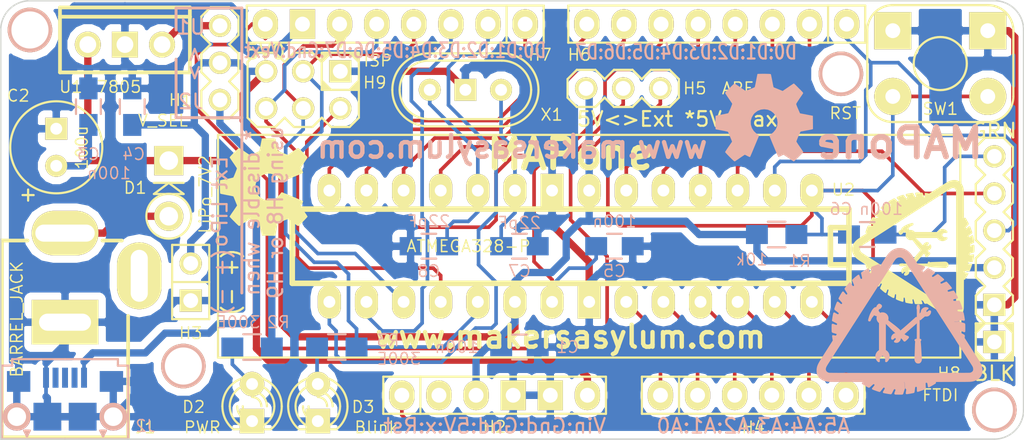
<source format=kicad_pcb>
(kicad_pcb (version 4) (host pcbnew "(2014-11-14 BZR 5284)-product")
  (title_block (title "MAPone - Bare Bones Arduino") (rev v1) (company "Maker's Asylum : www.github.com/MakersAsylumIndia"))
  (layers (0 F.Cu signal) (31 B.Cu signal) (34 B.Paste user) (35 F.Paste user) (36 B.SilkS user) (37 F.SilkS user) (38 B.Mask user) (39 F.Mask user) (44 Edge.Cuts user))
  (net 0 "")
  (net 1 /5V)
  (net 2 GND)
  (net 3 /V_IN)
  (net 4 /RST)
  (net 5 "Net-(C6-Pad2)")
  (net 6 "Net-(D1-Pad1)")
  (net 7 "Net-(D2-Pad1)")
  (net 8 "Net-(D3-Pad1)")
  (net 9 /V_REG)
  (net 10 /V_USB)
  (net 11 /AD0)
  (net 12 /AD1)
  (net 13 /AD2)
  (net 14 /AD3)
  (net 15 /AD4_SDA)
  (net 16 /AD5_SCL)
  (net 17 /AREF)
  (net 18 /RXD)
  (net 19 /TXD)
  (net 20 /PD2)
  (net 21 /PD3_P)
  (net 22 /PD4)
  (net 23 /PD5_P)
  (net 24 /PD6_P)
  (net 25 /PD7)
  (net 26 /PB0)
  (net 27 /PB1_P)
  (net 28 /SS_P)
  (net 29 /MOSI_P)
  (net 30 /MISO)
  (net 31 /SCK)
  (net 32 "Net-(C7-Pad1)")
  (net 33 "Net-(C8-Pad1)")
  (net 34 /Vext)
  (net 35 /3V3)
  (net 36 "Net-(J1-Pad3)")
  (net 37 "Net-(J2-Pad3)")
  (net 38 "Net-(J2-Pad4)")
  (net 39 "Net-(J2-Pad2)")
  (net 40 "Net-(P1-Pad1)")
  (net 41 "Net-(P2-Pad1)")
  (net 42 "Net-(P3-Pad1)")
  (net 43 "Net-(P4-Pad1)")
  (module MAPone.pretty:LM78XXV (layer F.Cu) (at 38.5 33 90)
    (fp_text reference U1 (at -2.9 -3.7 180) (layer F.SilkS) (effects (font (size 0.8 0.8) (thickness 0.1))))
    (fp_text value 7805 (at -2.9 -0.4 180) (layer F.SilkS) (effects (font (size 0.8 0.8) (thickness 0.1))))
    (pad VI thru_hole circle (at 0 -2.54 90) (size 1.778 1.778) (drill 1.143) (layers *.Cu *.Mask F.SilkS) (net 3 /V_IN))
    (pad GND thru_hole rect (at 0 0 90) (size 1.778 1.778) (drill 1.143) (layers *.Cu *.Mask F.SilkS) (net 2 GND))
    (pad VO thru_hole circle (at 0 2.54 90) (size 1.778 1.778) (drill 1.143) (layers *.Cu *.Mask F.SilkS) (net 9 /V_REG))
  )
  (module MAPone.pretty:SW-PB (layer F.Cu) (at 94.3 34.3 270)
    (fp_text reference SW1 (at 3.1 0 360) (layer F.SilkS) (effects (font (size 0.8 0.8) (thickness 0.1))))
    (fp_text value RST (at 3.4 6.5 360) (layer F.SilkS) (effects (font (size 0.8 0.8) (thickness 0.1))))
    (pad 1 thru_hole rect (at -2.25 -3.25 270) (size 2.54 2.54) (drill 1.016) (layers *.Cu *.Mask F.SilkS) (net 2 GND))
    (pad 2 thru_hole circle (at 2.25 3.25 270) (size 2.54 2.54) (drill 1.016) (layers *.Cu *.Mask F.SilkS) (net 4 /RST))
    (pad 2 thru_hole circle (at 2.25 -3.25 270) (size 2.54 2.54) (drill 1.016) (layers *.Cu *.Mask F.SilkS) (net 4 /RST))
    (pad 1 thru_hole rect (at -2.25 3.25 270) (size 2.54 2.54) (drill 1.016) (layers *.Cu *.Mask F.SilkS) (net 2 GND))
  )
  (module MAPone.pretty:R_0805_HandSoldering (layer B.Cu) (at 53 53.7 180)
    (fp_text reference R3 (at -3.5 0.45 180) (layer B.SilkS) (effects (font (size 0.8 0.8) (thickness 0.1)) (justify mirror)))
    (fp_text value 300E (at -4.25 -0.8 180) (layer B.SilkS) (effects (font (size 0.8 0.8) (thickness 0.1)) (justify mirror)))
    (pad 1 smd rect (at -1.35 0 180) (size 1.5 1.3) (layers B.Cu B.Paste B.Mask) (net 31 /SCK))
    (pad 2 smd rect (at 1.35 0 180) (size 1.5 1.3) (layers B.Cu B.Paste B.Mask) (net 8 "Net-(D3-Pad1)"))
  )
  (module MAPone.pretty:R_0805_HandSoldering (layer B.Cu) (at 47.2 53.7)
    (fp_text reference R2 (at 1.8 -1.7) (layer B.SilkS) (effects (font (size 0.8 0.8) (thickness 0.1)) (justify mirror)))
    (fp_text value 300E (at -0.95 -1.7) (layer B.SilkS) (effects (font (size 0.8 0.8) (thickness 0.1)) (justify mirror)))
    (pad 1 smd rect (at -1.35 0) (size 1.5 1.3) (layers B.Cu B.Paste B.Mask) (net 7 "Net-(D2-Pad1)"))
    (pad 2 smd rect (at 1.35 0) (size 1.5 1.3) (layers B.Cu B.Paste B.Mask) (net 1 /5V))
  )
  (module MAPone.pretty:R_0805_HandSoldering (layer B.Cu) (at 83.1 46)
    (fp_text reference R1 (at 1.5698 1.8126) (layer B.SilkS) (effects (font (size 0.8 0.8) (thickness 0.1)) (justify mirror)))
    (fp_text value 10k (at -1.7068 1.711) (layer B.SilkS) (effects (font (size 0.8 0.8) (thickness 0.1)) (justify mirror)))
    (pad 1 smd rect (at -1.35 0) (size 1.5 1.3) (layers B.Cu B.Paste B.Mask) (net 1 /5V))
    (pad 2 smd rect (at 1.35 0) (size 1.5 1.3) (layers B.Cu B.Paste B.Mask) (net 4 /RST))
  )
  (module MAPone.pretty:vite_3mm (layer F.Cu) (at 98 58)
    (fp_text reference P4 hide)
    (fp_text value CONN_1 hide)
    (pad 1 thru_hole circle (at 0 0) (size 3.048 3.048) (drill 2.54) (layers *.Cu *.SilkS *.Mask) (net 43 "Net-(P4-Pad1)"))
  )
  (module MAPone.pretty:vite_3mm (layer F.Cu) (at 42.5 55)
    (fp_text reference P3 hide)
    (fp_text value CONN_1 hide)
    (pad 1 thru_hole circle (at 0 0) (size 3.048 3.048) (drill 2.54) (layers *.Cu *.SilkS *.Mask) (net 42 "Net-(P3-Pad1)"))
  )
  (module MAPone.pretty:JACK_ALIM (layer F.Cu) (at 34.4 52 90)
    (fp_text reference J1 (at -7.2 5.5 360) (layer F.SilkS) (effects (font (size 0.8 0.8) (thickness 0.1))))
    (fp_text value BARREL_JACK (at 0.2 -3.3 270) (layer F.SilkS) (effects (font (size 0.8 0.8) (thickness 0.1))))
    (pad 2 thru_hole rect (at 0 0 90) (size 3.048 4.572) (drill oval 1.1684 3.556) (layers *.Cu *.Mask F.SilkS) (net 2 GND))
    (pad 1 thru_hole oval (at 6.096 0 90) (size 3.048 4.572) (drill oval 1.1684 4.064) (layers *.Cu *.Mask F.SilkS) (net 6 "Net-(D1-Pad1)"))
    (pad 3 thru_hole oval (at 3.175 5.08 90) (size 4.572 3.048) (drill oval 3.556 1.1684) (layers *.Cu *.Mask F.SilkS) (net 36 "Net-(J1-Pad3)"))
  )
  (module MAPone.pretty:Header_ICSP (layer F.Cu) (at 50.7 36.1)
    (fp_text reference H9 (at 4.9 -0.5 180) (layer F.SilkS) (effects (font (size 0.8 0.8) (thickness 0.1))))
    (fp_text value ISP (at 5.1 -2 180) (layer F.SilkS) (effects (font (size 0.8 0.8) (thickness 0.1))))
    (fp_text user 5V0 (at -2.6 -2.6) (layer F.SilkS))
    (pad 1 thru_hole circle (at -2.54 1.27) (size 1.524 1.524) (drill 1.016) (layers *.Cu *.Mask F.SilkS) (net 30 /MISO))
    (pad 2 thru_hole circle (at -2.54 -1.27) (size 1.524 1.524) (drill 1.016) (layers *.Cu *.Mask F.SilkS) (net 1 /5V))
    (pad 3 thru_hole circle (at 0 1.27) (size 1.524 1.524) (drill 1.016) (layers *.Cu *.Mask F.SilkS) (net 31 /SCK))
    (pad 4 thru_hole circle (at 0 -1.27) (size 1.524 1.524) (drill 1.016) (layers *.Cu *.Mask F.SilkS) (net 29 /MOSI_P))
    (pad 5 thru_hole circle (at 2.54 1.27) (size 1.524 1.524) (drill 1.016) (layers *.Cu *.Mask F.SilkS) (net 4 /RST))
    (pad 6 thru_hole rect (at 2.54 -1.27) (size 1.524 1.524) (drill 1.016) (layers *.Cu *.Mask F.SilkS) (net 2 GND))
  )
  (module MAPone.pretty:Socket_Strip_Straight_1x08 (layer F.Cu) (at 57 31.6)
    (fp_text reference H7 (at 9.9 2.1) (layer F.SilkS) (effects (font (size 0.8 0.8) (thickness 0.1))))
    (fp_text value IO_H hide)
    (pad 1 thru_hole oval (at 8.89 0 180) (size 1.7272 2.032) (drill 1.016) (layers *.Cu *.Mask F.SilkS) (net 26 /PB0))
    (pad 2 thru_hole oval (at 6.35 0 180) (size 1.7272 2.032) (drill 1.016) (layers *.Cu *.Mask F.SilkS) (net 27 /PB1_P))
    (pad 3 thru_hole oval (at 3.81 0 180) (size 1.7272 2.032) (drill 1.016) (layers *.Cu *.Mask F.SilkS) (net 28 /SS_P))
    (pad 4 thru_hole oval (at 1.27 0 180) (size 1.7272 2.032) (drill 1.016) (layers *.Cu *.Mask F.SilkS) (net 29 /MOSI_P))
    (pad 5 thru_hole oval (at -1.27 0 180) (size 1.7272 2.032) (drill 1.016) (layers *.Cu *.Mask F.SilkS) (net 30 /MISO))
    (pad 6 thru_hole oval (at -3.81 0 180) (size 1.7272 2.032) (drill 1.016) (layers *.Cu *.Mask F.SilkS) (net 31 /SCK))
    (pad 7 thru_hole rect (at -6.35 0 180) (size 1.7272 2.032) (drill 1.016) (layers *.Cu *.Mask F.SilkS) (net 2 GND))
    (pad 8 thru_hole oval (at -8.89 0 180) (size 1.7272 2.032) (drill 1.016) (layers *.Cu *.Mask F.SilkS) (net 34 /Vext))
  )
  (module MAPone.pretty:Socket_Strip_Straight_1x08 (layer F.Cu) (at 79 31.6)
    (fp_text reference H6 (at -9.4 2.1) (layer F.SilkS) (effects (font (size 0.8 0.8) (thickness 0.1))))
    (fp_text value IO_L hide)
    (pad 1 thru_hole oval (at 8.89 0 180) (size 1.7272 2.032) (drill 1.016) (layers *.Cu *.Mask F.SilkS) (net 18 /RXD))
    (pad 2 thru_hole oval (at 6.35 0 180) (size 1.7272 2.032) (drill 1.016) (layers *.Cu *.Mask F.SilkS) (net 19 /TXD))
    (pad 3 thru_hole oval (at 3.81 0 180) (size 1.7272 2.032) (drill 1.016) (layers *.Cu *.Mask F.SilkS) (net 20 /PD2))
    (pad 4 thru_hole oval (at 1.27 0 180) (size 1.7272 2.032) (drill 1.016) (layers *.Cu *.Mask F.SilkS) (net 21 /PD3_P))
    (pad 5 thru_hole oval (at -1.27 0 180) (size 1.7272 2.032) (drill 1.016) (layers *.Cu *.Mask F.SilkS) (net 22 /PD4))
    (pad 6 thru_hole oval (at -3.81 0 180) (size 1.7272 2.032) (drill 1.016) (layers *.Cu *.Mask F.SilkS) (net 23 /PD5_P))
    (pad 7 thru_hole oval (at -6.35 0 180) (size 1.7272 2.032) (drill 1.016) (layers *.Cu *.Mask F.SilkS) (net 24 /PD6_P))
    (pad 8 thru_hole oval (at -8.89 0 180) (size 1.7272 2.032) (drill 1.016) (layers *.Cu *.Mask F.SilkS) (net 25 /PD7))
  )
  (module MAPone.pretty:Socket_Strip_Straight_1x06 (layer F.Cu) (at 81.5 57 180)
    (fp_text reference H4 (at 0 -2.2 180) (layer F.SilkS) (effects (font (size 0.8 0.8) (thickness 0.1))))
    (fp_text value ANALOG hide)
    (pad 1 thru_hole oval (at 6.35 0) (size 1.7272 2.032) (drill 1.016) (layers *.Cu *.Mask F.SilkS) (net 11 /AD0))
    (pad 2 thru_hole oval (at 3.81 0) (size 1.7272 2.032) (drill 1.016) (layers *.Cu *.Mask F.SilkS) (net 12 /AD1))
    (pad 3 thru_hole oval (at 1.27 0) (size 1.7272 2.032) (drill 1.016) (layers *.Cu *.Mask F.SilkS) (net 13 /AD2))
    (pad 4 thru_hole oval (at -1.27 0) (size 1.7272 2.032) (drill 1.016) (layers *.Cu *.Mask F.SilkS) (net 14 /AD3))
    (pad 5 thru_hole oval (at -3.81 0) (size 1.7272 2.032) (drill 1.016) (layers *.Cu *.Mask F.SilkS) (net 15 /AD4_SDA))
    (pad 6 thru_hole oval (at -6.35 0) (size 1.7272 2.032) (drill 1.016) (layers *.Cu *.Mask F.SilkS) (net 16 /AD5_SCL))
  )
  (module MAPone.pretty:Socket_Strip_Straight_1x06 (layer F.Cu) (at 63.8 57 180)
    (fp_text reference H2 (at 0.009 -2.1664 180) (layer F.SilkS) (effects (font (size 0.8 0.8) (thickness 0.1))))
    (fp_text value Power hide)
    (pad 1 thru_hole oval (at 6.35 0) (size 1.7272 2.032) (drill 1.016) (layers *.Cu *.Mask F.SilkS) (net 4 /RST))
    (pad 2 thru_hole oval (at 3.81 0) (size 1.7272 2.032) (drill 1.016) (layers *.Cu *.Mask F.SilkS) (net 35 /3V3))
    (pad 3 thru_hole oval (at 1.27 0) (size 1.7272 2.032) (drill 1.016) (layers *.Cu *.Mask F.SilkS) (net 1 /5V))
    (pad 4 thru_hole rect (at -1.27 0) (size 1.7272 2.032) (drill 1.016) (layers *.Cu *.Mask F.SilkS) (net 2 GND))
    (pad 5 thru_hole rect (at -3.81 0) (size 1.7272 2.032) (drill 1.016) (layers *.Cu *.Mask F.SilkS) (net 2 GND))
    (pad 6 thru_hole oval (at -6.35 0) (size 1.7272 2.032) (drill 1.016) (layers *.Cu *.Mask F.SilkS) (net 3 /V_IN))
  )
  (module MAPone.pretty:Header_3 (layer F.Cu) (at 45 34.25 270)
    (fp_text reference H1 (at 2.55 2.7 360) (layer F.SilkS) (effects (font (size 0.8 0.8) (thickness 0.1))))
    (fp_text value V_SEL (at 3.95 3.9 360) (layer F.SilkS) (effects (font (size 0.8 0.8) (thickness 0.1))))
    (pad 1 thru_hole circle (at -2.54 0 270) (size 1.524 1.524) (drill 1.016) (layers *.Cu *.Mask F.SilkS) (net 9 /V_REG))
    (pad 2 thru_hole circle (at 0 0 270) (size 1.524 1.524) (drill 1.016) (layers *.Cu *.Mask F.SilkS) (net 1 /5V))
    (pad 3 thru_hole circle (at 2.54 0 270) (size 1.524 1.524) (drill 1.016) (layers *.Cu *.Mask F.SilkS) (net 10 /V_USB))
  )
  (module MAPone.pretty:LED-3MM (layer F.Cu) (at 51.7 57.5 270)
    (fp_text reference D3 (at 0.3 -3.1 360) (layer F.SilkS) (effects (font (size 0.8 0.8) (thickness 0.1))))
    (fp_text value Blink (at 1.7 -4 360) (layer F.SilkS) (effects (font (size 0.8 0.8) (thickness 0.1))))
    (pad 1 thru_hole circle (at -1.27 0 270) (size 1.6764 1.6764) (drill 0.8128) (layers *.Cu *.Mask F.SilkS) (net 8 "Net-(D3-Pad1)"))
    (pad 2 thru_hole rect (at 1.27 0 270) (size 1.6764 1.6764) (drill 0.8128) (layers *.Cu *.Mask F.SilkS) (net 2 GND))
  )
  (module MAPone.pretty:LED-3MM (layer F.Cu) (at 47.2 57.5 270)
    (fp_text reference D2 (at 0.3 4 360) (layer F.SilkS) (effects (font (size 0.8 0.8) (thickness 0.1))))
    (fp_text value PWR (at 1.7 3.4 360) (layer F.SilkS) (effects (font (size 0.8 0.8) (thickness 0.1))))
    (pad 1 thru_hole circle (at -1.27 0 270) (size 1.6764 1.6764) (drill 0.8128) (layers *.Cu *.Mask F.SilkS) (net 7 "Net-(D2-Pad1)"))
    (pad 2 thru_hole rect (at 1.27 0 270) (size 1.6764 1.6764) (drill 0.8128) (layers *.Cu *.Mask F.SilkS) (net 2 GND))
  )
  (module MAPone.pretty:C_0805_HandSoldering (layer B.Cu) (at 59.3 46.8 180)
    (fp_text reference C8 (at 0 -1.7 180) (layer B.SilkS) (effects (font (size 0.8 0.8) (thickness 0.1)) (justify mirror)))
    (fp_text value 22pF (at 0 1.7 180) (layer B.SilkS) (effects (font (size 0.8 0.8) (thickness 0.1)) (justify mirror)))
    (pad 1 smd rect (at -1.25 0 180) (size 1.5 1.25) (layers B.Cu B.Paste B.Mask) (net 33 "Net-(C8-Pad1)"))
    (pad 2 smd rect (at 1.25 0 180) (size 1.5 1.25) (layers B.Cu B.Paste B.Mask) (net 2 GND))
  )
  (module MAPone.pretty:C_0805_HandSoldering (layer B.Cu) (at 65.5 46.8)
    (fp_text reference C7 (at 0 1.7) (layer B.SilkS) (effects (font (size 0.8 0.8) (thickness 0.1)) (justify mirror)))
    (fp_text value 22pF (at 0 -1.6) (layer B.SilkS) (effects (font (size 0.8 0.8) (thickness 0.1)) (justify mirror)))
    (pad 1 smd rect (at -1.25 0) (size 1.5 1.25) (layers B.Cu B.Paste B.Mask) (net 32 "Net-(C7-Pad1)"))
    (pad 2 smd rect (at 1.25 0) (size 1.5 1.25) (layers B.Cu B.Paste B.Mask) (net 2 GND))
  )
  (module MAPone.pretty:C_0805_HandSoldering (layer B.Cu) (at 89.3 46)
    (fp_text reference C6 (at -1.8 -1.75) (layer B.SilkS) (effects (font (size 0.8 0.8) (thickness 0.1)) (justify mirror)))
    (fp_text value 100n (at 0.95 -1.75) (layer B.SilkS) (effects (font (size 0.8 0.8) (thickness 0.1)) (justify mirror)))
    (pad 1 smd rect (at -1.25 0) (size 1.5 1.25) (layers B.Cu B.Paste B.Mask) (net 4 /RST))
    (pad 2 smd rect (at 1.25 0) (size 1.5 1.25) (layers B.Cu B.Paste B.Mask) (net 5 "Net-(C6-Pad2)"))
  )
  (module MAPone.pretty:C_0805_HandSoldering (layer B.Cu) (at 72 46.8)
    (fp_text reference C5 (at 0 1.7) (layer B.SilkS) (effects (font (size 0.8 0.8) (thickness 0.1)) (justify mirror)))
    (fp_text value 100n (at 0 -1.7) (layer B.SilkS) (effects (font (size 0.8 0.8) (thickness 0.1)) (justify mirror)))
    (pad 1 smd rect (at -1.25 0) (size 1.5 1.25) (layers B.Cu B.Paste B.Mask) (net 17 /AREF))
    (pad 2 smd rect (at 1.25 0) (size 1.5 1.25) (layers B.Cu B.Paste B.Mask) (net 2 GND))
  )
  (module MAPone.pretty:C_0805_HandSoldering (layer B.Cu) (at 39 37.25 90)
    (fp_text reference C4 (at -3.25 0.1 180) (layer B.SilkS) (effects (font (size 0.8 0.8) (thickness 0.1)) (justify mirror)))
    (fp_text value 100n (at -4.55 -1.6 180) (layer B.SilkS) (effects (font (size 0.8 0.8) (thickness 0.1)) (justify mirror)))
    (pad 1 smd rect (at -1.25 0 90) (size 1.5 1.25) (layers B.Cu B.Paste B.Mask) (net 1 /5V))
    (pad 2 smd rect (at 1.25 0 90) (size 1.5 1.25) (layers B.Cu B.Paste B.Mask) (net 2 GND))
  )
  (module MAPone.pretty:C_0805_HandSoldering (layer B.Cu) (at 36 37.25 270)
    (fp_text reference C3 (at 3.25 0 360) (layer B.SilkS) (effects (font (size 0.8 0.8) (thickness 0.1)) (justify mirror)))
    (fp_text value 100n hide)
    (pad 1 smd rect (at -1.25 0 270) (size 1.5 1.25) (layers B.Cu B.Paste B.Mask) (net 2 GND))
    (pad 2 smd rect (at 1.25 0 270) (size 1.5 1.25) (layers B.Cu B.Paste B.Mask) (net 3 /V_IN))
  )
  (module MAPone.pretty:C_0805_HandSoldering (layer B.Cu) (at 65.5 53.7)
    (fp_text reference C1 (at 3.3 0) (layer B.SilkS) (effects (font (size 0.8 0.8) (thickness 0.1)) (justify mirror)))
    (fp_text value 100n (at -4.3 0) (layer B.SilkS) (effects (font (size 0.8 0.8) (thickness 0.1)) (justify mirror)))
    (pad 1 smd rect (at -1.25 0) (size 1.5 1.25) (layers B.Cu B.Paste B.Mask) (net 1 /5V))
    (pad 2 smd rect (at 1.25 0) (size 1.5 1.25) (layers B.Cu B.Paste B.Mask) (net 2 GND))
  )
  (module MAPone.pretty:DIP-28__300_ELL_ZIF (layer F.Cu) (at 69 46.8 180)
    (fp_text reference U2 (at -18.667 3.8642 180) (layer F.SilkS) (effects (font (size 0.8 0.8) (thickness 0.1))))
    (fp_text value ATMEGA328-P (at 6.985 0 180) (layer F.SilkS) (effects (font (size 0.8 0.8) (thickness 0.1))))
    (pad 2 thru_hole oval (at -13.97 3.81 180) (size 1.5748 2.286) (drill 0.8128) (layers *.Cu *.Mask F.SilkS) (net 18 /RXD))
    (pad 3 thru_hole oval (at -11.43 3.81 180) (size 1.5748 2.286) (drill 0.8128) (layers *.Cu *.Mask F.SilkS) (net 19 /TXD))
    (pad 4 thru_hole oval (at -8.89 3.81 180) (size 1.5748 2.286) (drill 0.8128) (layers *.Cu *.Mask F.SilkS) (net 20 /PD2))
    (pad 5 thru_hole oval (at -6.35 3.81 180) (size 1.5748 2.286) (drill 0.8128) (layers *.Cu *.Mask F.SilkS) (net 21 /PD3_P))
    (pad 6 thru_hole oval (at -3.81 3.81 180) (size 1.5748 2.286) (drill 0.8128) (layers *.Cu *.Mask F.SilkS) (net 22 /PD4))
    (pad 7 thru_hole oval (at -1.27 3.81 180) (size 1.5748 2.286) (drill 0.8128) (layers *.Cu *.Mask F.SilkS) (net 1 /5V))
    (pad 8 thru_hole rect (at 1.27 3.81 180) (size 1.5748 2.286) (drill 0.8128) (layers *.Cu *.Mask F.SilkS) (net 2 GND))
    (pad 9 thru_hole oval (at 3.81 3.81 180) (size 1.5748 2.286) (drill 0.8128) (layers *.Cu *.Mask F.SilkS) (net 32 "Net-(C7-Pad1)"))
    (pad 10 thru_hole oval (at 6.35 3.81 180) (size 1.5748 2.286) (drill 0.8128) (layers *.Cu *.Mask F.SilkS) (net 33 "Net-(C8-Pad1)"))
    (pad 11 thru_hole oval (at 8.89 3.81 180) (size 1.5748 2.286) (drill 0.8128) (layers *.Cu *.Mask F.SilkS) (net 23 /PD5_P))
    (pad 12 thru_hole oval (at 11.43 3.81 180) (size 1.5748 2.286) (drill 0.8128) (layers *.Cu *.Mask F.SilkS) (net 24 /PD6_P))
    (pad 13 thru_hole oval (at 13.97 3.81 180) (size 1.5748 2.286) (drill 0.8128) (layers *.Cu *.Mask F.SilkS) (net 25 /PD7))
    (pad 14 thru_hole oval (at 16.51 3.81 180) (size 1.5748 2.286) (drill 0.8128) (layers *.Cu *.Mask F.SilkS) (net 26 /PB0))
    (pad 1 thru_hole oval (at -16.51 3.81 180) (size 1.5748 2.286) (drill 0.8128) (layers *.Cu *.Mask F.SilkS) (net 4 /RST))
    (pad 15 thru_hole oval (at 16.51 -3.81 180) (size 1.5748 2.286) (drill 0.8128) (layers *.Cu *.Mask F.SilkS) (net 27 /PB1_P))
    (pad 16 thru_hole oval (at 13.97 -3.81 180) (size 1.5748 2.286) (drill 0.8128) (layers *.Cu *.Mask F.SilkS) (net 28 /SS_P))
    (pad 17 thru_hole oval (at 11.43 -3.81 180) (size 1.5748 2.286) (drill 0.8128) (layers *.Cu *.Mask F.SilkS) (net 29 /MOSI_P))
    (pad 18 thru_hole oval (at 8.89 -3.81 180) (size 1.5748 2.286) (drill 0.8128) (layers *.Cu *.Mask F.SilkS) (net 30 /MISO))
    (pad 19 thru_hole oval (at 6.35 -3.81 180) (size 1.5748 2.286) (drill 0.8128) (layers *.Cu *.Mask F.SilkS) (net 31 /SCK))
    (pad 20 thru_hole oval (at 3.81 -3.81 180) (size 1.5748 2.286) (drill 0.8128) (layers *.Cu *.Mask F.SilkS) (net 1 /5V))
    (pad 21 thru_hole oval (at 1.27 -3.81 180) (size 1.5748 2.286) (drill 0.8128) (layers *.Cu *.Mask F.SilkS) (net 17 /AREF))
    (pad 22 thru_hole rect (at -1.27 -3.81 180) (size 1.5748 2.286) (drill 0.8128) (layers *.Cu *.Mask F.SilkS) (net 2 GND))
    (pad 23 thru_hole oval (at -3.81 -3.81 180) (size 1.5748 2.286) (drill 0.8128) (layers *.Cu *.Mask F.SilkS) (net 11 /AD0))
    (pad 24 thru_hole oval (at -6.35 -3.81 180) (size 1.5748 2.286) (drill 0.8128) (layers *.Cu *.Mask F.SilkS) (net 12 /AD1))
    (pad 25 thru_hole oval (at -8.89 -3.81 180) (size 1.5748 2.286) (drill 0.8128) (layers *.Cu *.Mask F.SilkS) (net 13 /AD2))
    (pad 26 thru_hole oval (at -11.43 -3.81 180) (size 1.5748 2.286) (drill 0.8128) (layers *.Cu *.Mask F.SilkS) (net 14 /AD3))
    (pad 27 thru_hole oval (at -13.97 -3.81 180) (size 1.5748 2.286) (drill 0.8128) (layers *.Cu *.Mask F.SilkS) (net 15 /AD4_SDA))
    (pad 28 thru_hole oval (at -16.51 -3.81 180) (size 1.5748 2.286) (drill 0.8128) (layers *.Cu *.Mask F.SilkS) (net 16 /AD5_SCL))
  )
  (module MAPone.pretty:Header_FTDI (layer F.Cu) (at 98 47 90)
    (fp_text reference H8 (at -8.5 -3.1 180) (layer F.SilkS) (effects (font (size 0.8 0.8) (thickness 0.1))))
    (fp_text value FTDI (at -10 -3.7 180) (layer F.SilkS) (effects (font (size 0.8 0.8) (thickness 0.1))))
    (fp_text user GRN (at 8.1 0 180) (layer F.SilkS))
    (fp_text user BLK (at -8.5 0 180) (layer F.SilkS))
    (pad 1 thru_hole rect (at -6.35 0 90) (size 1.524 1.524) (drill 1.016) (layers *.Cu *.Mask F.SilkS) (net 2 GND))
    (pad 2 thru_hole rect (at -3.81 0 90) (size 1.524 1.524) (drill 1.016) (layers *.Cu *.Mask F.SilkS) (net 2 GND))
    (pad 3 thru_hole circle (at -1.27 0 90) (size 1.524 1.524) (drill 1.016) (layers *.Cu *.Mask F.SilkS) (net 1 /5V))
    (pad 4 thru_hole circle (at 1.27 0 90) (size 1.524 1.524) (drill 1.016) (layers *.Cu *.Mask F.SilkS) (net 18 /RXD))
    (pad 5 thru_hole circle (at 3.81 0 90) (size 1.524 1.524) (drill 1.016) (layers *.Cu *.Mask F.SilkS) (net 19 /TXD))
    (pad 6 thru_hole circle (at 6.35 0 90) (size 1.524 1.524) (drill 1.016) (layers *.Cu *.Mask F.SilkS) (net 5 "Net-(C6-Pad2)"))
  )
  (module MAPone.pretty:USB_B_Micro (layer B.Cu) (at 34.4 55.8 90)
    (fp_text reference J2 (at -3.3 5.5 180) (layer B.SilkS) (effects (font (size 0.8 0.8) (thickness 0.1)) (justify mirror)))
    (fp_text value USB-Micro hide)
    (pad 3 smd rect (at 0 0 90) (size 1.3716 0.4064) (layers B.Cu B.Paste B.Mask) (net 37 "Net-(J2-Pad3)") (clearance 0.2032))
    (pad 4 smd rect (at 0 -0.65024 90) (size 1.3716 0.4064) (layers B.Cu B.Paste B.Mask) (net 38 "Net-(J2-Pad4)") (clearance 0.2032))
    (pad 5 smd rect (at 0 -1.30048 90) (size 1.3716 0.4064) (layers B.Cu B.Paste B.Mask) (net 2 GND) (clearance 0.2032))
    (pad 2 smd rect (at 0 0.65024 90) (size 1.3716 0.4064) (layers B.Cu B.Paste B.Mask) (net 39 "Net-(J2-Pad2)") (clearance 0.2032))
    (pad 1 smd rect (at 0 1.30048 90) (size 1.3716 0.4064) (layers B.Cu B.Paste B.Mask) (net 10 /V_USB) (clearance 0.2032))
    (pad T1 smd rect (at -0.254 3.175 90) (size 1.4224 1.6002) (layers B.Cu B.Paste B.Mask) (net 2 GND))
    (pad T2 smd rect (at -0.254 -3.175 90) (size 1.4224 1.6002) (layers B.Cu B.Paste B.Mask) (net 2 GND))
    (pad T3 smd rect (at -2.667 1.2065 90) (size 1.905 1.905) (layers B.Cu B.Paste B.Mask) (net 2 GND) (clearance 0.2032))
    (pad T4 smd rect (at -2.667 -1.2065 90) (size 1.905 1.905) (layers B.Cu B.Paste B.Mask) (net 2 GND) (clearance 0.2032))
    (pad T5 thru_hole circle (at -2.667 3.302 90) (size 1.905 1.905) (drill 1.27) (layers *.Cu *.Paste *.Mask B.SilkS) (net 2 GND) (clearance 0.2032))
    (pad T6 thru_hole circle (at -2.667 -3.302 90) (size 1.905 1.905) (drill 1.27) (layers *.Cu *.Paste *.Mask B.SilkS) (net 2 GND) (clearance 0.2032))
  )
  (module MAPone.pretty:Crystal_HC49-U_Vertical_3Pin (layer F.Cu) (at 61.8 36.1 180)
    (fp_text reference X1 (at -5.9 -1.7 180) (layer F.SilkS) (effects (font (size 0.8 0.8) (thickness 0.1))))
    (fp_text value 16MHz hide)
    (pad 1 thru_hole circle (at -2.44094 0 180) (size 1.50114 1.50114) (drill 0.8128) (layers *.Cu *.Mask F.SilkS) (net 32 "Net-(C7-Pad1)"))
    (pad 2 thru_hole circle (at 2.44094 0 180) (size 1.50114 1.50114) (drill 0.8128) (layers *.Cu *.Mask F.SilkS) (net 33 "Net-(C8-Pad1)"))
    (pad 3 thru_hole rect (at 0 0 180) (size 1.50114 1.50114) (drill 0.8128) (layers *.Cu *.Mask F.SilkS) (net 2 GND))
  )
  (module MAPone.pretty:Diode_DO-41_SOD81_Vertical_KathodeUp (layer F.Cu) (at 41.5 42.75 90)
    (fp_text reference D1 (at -0.05 -2.3 180) (layer F.SilkS) (effects (font (size 0.8 0.8) (thickness 0.1))))
    (fp_text value 1N4007 hide)
    (pad 1 thru_hole circle (at -2 0 90) (size 1.99898 1.99898) (drill 1.27) (layers *.Cu *.Mask F.SilkS) (net 6 "Net-(D1-Pad1)"))
    (pad 2 thru_hole rect (at 1.81 0 90) (size 1.99898 1.99898) (drill 1.27) (layers *.Cu *.Mask F.SilkS) (net 3 /V_IN))
  )
  (module MAPone.pretty:vite_3mm (layer F.Cu) (at 32 32)
    (fp_text reference P1 hide)
    (fp_text value CONN_1 hide)
    (pad 1 thru_hole circle (at 0 0) (size 3.048 3.048) (drill 2.54) (layers *.Cu *.SilkS *.Mask) (net 40 "Net-(P1-Pad1)"))
  )
  (module MAPone.pretty:vite_3mm (layer F.Cu) (at 87.5 35)
    (fp_text reference P2 hide)
    (fp_text value CONN_1 hide)
    (pad 1 thru_hole circle (at 0 0) (size 3.048 3.048) (drill 2.54) (layers *.Cu *.SilkS *.Mask) (net 41 "Net-(P2-Pad1)"))
  )
  (module MAPone.pretty:Header_A_REF (layer F.Cu) (at 72.6 36)
    (fp_text reference H5 (at 4.9 0 180) (layer F.SilkS) (effects (font (size 0.8 0.8) (thickness 0.1))))
    (fp_text value AREF (at 8.2 0 180) (layer F.SilkS) (effects (font (size 0.8 0.8) (thickness 0.1))))
    (pad 1 thru_hole circle (at -2.54 0) (size 1.524 1.524) (drill 1.016) (layers *.Cu *.Mask F.SilkS) (net 1 /5V))
    (pad 2 thru_hole circle (at 0 0) (size 1.524 1.524) (drill 1.016) (layers *.Cu *.Mask F.SilkS) (net 17 /AREF))
    (pad 3 thru_hole circle (at 2.54 0) (size 1.524 1.524) (drill 1.016) (layers *.Cu *.Mask F.SilkS) (net 34 /Vext))
  )
  (module MAPone.pretty:MA_Logo (layer B.Cu) (at 91.5 52 180)
    (fp_text reference Z1 hide)
    (fp_text value CONN_1 hide)
  )
  (module MAPone.pretty:MA_Logo2 (layer F.Cu) (at 92.5 47 90)
    (fp_text reference Z2 hide)
    (fp_text value CONN_1 hide)
  )
  (module MAPone.pretty:Elko_vert_11.2x6.3mm_RM2.5 (layer F.Cu) (at 33.8 41.3 90)
    (fp_text reference C2 (at 4.8 -2.6 180) (layer F.SilkS) (effects (font (size 0.8 0.8) (thickness 0.1))))
    (fp_text value 100u (at 1.25 1.75 270) (layer F.SilkS) (effects (font (size 0.8 0.8) (thickness 0.1))))
    (fp_text user + (at -2 -2 90) (layer F.SilkS))
    (pad 2 thru_hole rect (at 2.54 0 90) (size 1.50114 1.50114) (drill 0.8128) (layers *.Cu *.Mask F.SilkS) (net 2 GND))
    (pad 1 thru_hole circle (at 0 0 90) (size 1.50114 1.50114) (drill 0.8128) (layers *.Cu *.Mask F.SilkS) (net 3 /V_IN))
  )
  (module MAPone:OSHW_6mm (layer B.Cu) (at 82.25 38 180)
    (fp_text reference Z6 hide)
    (fp_text value CONN_1 hide)
  )
  (module MAPone:OSHW_6mm (layer F.Cu) (at 48 42.75 90)
    (fp_text reference Z7 hide)
    (fp_text value CONN_1 hide)
  )
  (module MAPone.pretty:Pin_Header_Straight_1x02 (layer F.Cu) (at 43 49.25 90)
    (fp_text reference H3 (at -3.5 0 180) (layer F.SilkS) (effects (font (size 0.8 0.8) (thickness 0.1))))
    (fp_text value LiPo_7V2 (at 6 1 90) (layer F.SilkS) (effects (font (size 0.8 0.8) (thickness 0.1))))
    (pad 1 thru_hole rect (at -1.27 0 90) (size 1.524 1.524) (drill 1.016) (layers *.Cu *.Mask F.SilkS) (net 2 GND))
    (pad 2 thru_hole circle (at 1.27 0 90) (size 1.524 1.524) (drill 1.016) (layers *.Cu *.Mask F.SilkS) (net 1 /5V))
  )
  (gr_line (start 100 32) (end 100 58) (angle 90) (layer Edge.Cuts) (width 0.1))
  (gr_text "Ext LiPo" (at 45 43.75 90) (layer B.SilkS) (effects (font (size 1 1)) (justify mirror)))
  (gr_text "(- +)" (at 45.25 49.25 270) (layer B.SilkS) (effects (font (size 1 1)) (justify mirror)))
  (gr_text "(- +)" (at 45.75 49.25 90) (layer F.SilkS) (effects (font (size 1 1))))
  (gr_line (start 46.5 38) (end 46.5 50) (angle 90) (layer B.SilkS) (width 0.2))
  (gr_text "* disable when\nusing H8 or H9" (at 48 44.5 90) (layer B.SilkS) (effects (font (size 1 1)) (justify mirror)))
  (gr_line (start 42 30.5) (end 42 32) (angle 90) (layer B.SilkS) (width 0.2))
  (gr_line (start 42 38) (end 42 34) (angle 90) (layer B.SilkS) (width 0.2))
  (gr_line (start 46.5 38) (end 42 38) (angle 90) (layer B.SilkS) (width 0.2))
  (gr_line (start 46.5 30.5) (end 46.5 38) (angle 90) (layer B.SilkS) (width 0.2))
  (gr_line (start 42 30.5) (end 46.5 30.5) (angle 90) (layer B.SilkS) (width 0.2))
  (gr_arc (start 98 32) (end 98 30) (angle 90) (layer Edge.Cuts) (width 0.1))
  (gr_arc (start 98 58) (end 100 58) (angle 90) (layer Edge.Cuts) (width 0.1))
  (gr_arc (start 32 32) (end 30 32) (angle 90) (layer Edge.Cuts) (width 0.1))
  (gr_text www.makersasylum.com (at 69 53) (layer F.SilkS) (effects (font (size 1.5 1.5) (thickness 0.3))))
  (gr_text MAPone (at 69 40.5) (layer F.SilkS) (effects (font (size 2 2) (thickness 0.4))))
  (gr_text www.makersasylum.com (at 65 40) (layer B.SilkS) (effects (font (size 1.5 1.5) (thickness 0.3)) (justify mirror)))
  (gr_text MAPone (at 91.5 39.75) (layer B.SilkS) (effects (font (size 2 2) (thickness 0.4)) (justify mirror)))
  (gr_text D0:D1:D2:D3:D4:D5:D6:D7:Gnd:Vext (at 57 33.4) (layer B.SilkS) (effects (font (size 1 0.8)) (justify mirror)))
  (gr_text D0:D1:D2:D3:D4:D5:D6:D7 (at 76.9 33.5) (layer B.SilkS) (effects (font (size 1 0.8)) (justify mirror)))
  (gr_text Vin:Gnd:Gnd:5V:x:Rst (at 63.8 59.1) (layer B.SilkS) (effects (font (size 1 1)) (justify mirror)))
  (gr_text A5:A4:A3:A2:A1:A0 (at 81.5 59.1) (layer B.SilkS) (effects (font (size 1 1)) (justify mirror)))
  (gr_text <> (at 43.2 34.3 90) (layer B.SilkS) (effects (font (size 1 1)) (justify mirror)))
  (gr_text J2 (at 43 36.9) (layer B.SilkS) (effects (font (size 1 1)) (justify mirror)))
  (gr_text U1 (at 43 31.8) (layer B.SilkS) (effects (font (size 1 1)) (justify mirror)))
  (gr_text "5V<>Ext *5V max" (at 76.3 38.1) (layer F.SilkS) (effects (font (size 1 1))))
  (gr_line (start 30 60) (end 30 32) (angle 90) (layer Edge.Cuts) (width 0.1))
  (gr_line (start 98 60) (end 30 60) (angle 90) (layer Edge.Cuts) (width 0.1))
  (gr_line (start 32 30) (end 98 30) (angle 90) (layer Edge.Cuts) (width 0.1))
  (segment (start 44 39.25) (end 43.25 38.5) (width 0.5) (layer B.Cu) (net 1))
  (segment (start 44 45.5) (end 44 39.25) (width 0.5) (layer B.Cu) (net 1))
  (segment (start 45 34.25) (end 43.75 34.25) (width 0.5) (layer B.Cu) (net 1))
  (segment (start 43.25 34.75) (end 43.25 38.5) (width 0.5) (layer B.Cu) (net 1))
  (segment (start 43.75 34.25) (end 43.25 34.75) (width 0.5) (layer B.Cu) (net 1))
  (segment (start 43.25 38.5) (end 39 38.5) (width 0.5) (layer B.Cu) (net 1))
  (segment (start 48.55 53.7) (end 48.55 40.45) (width 0.5) (layer B.Cu) (net 1))
  (segment (start 48.55 40.45) (end 46.83 38.73) (width 0.5) (layer B.Cu) (net 1))
  (segment (start 65.19 52.41) (end 64.6 53) (width 0.5) (layer F.Cu) (net 1))
  (segment (start 64.6 53) (end 50.1 53) (width 0.5) (layer F.Cu) (net 1))
  (segment (start 50.1 53) (end 49.25 52.15) (width 0.5) (layer F.Cu) (net 1))
  (segment (start 49.25 52.15) (end 49.25 40.85) (width 0.5) (layer F.Cu) (net 1))
  (segment (start 65.19 50.61) (end 65.19 52.41) (width 0.5) (layer F.Cu) (net 1))
  (segment (start 46.6 36.39) (end 48.16 34.83) (width 0.5) (layer F.Cu) (net 1))
  (segment (start 46.6 38.2) (end 46.6 36.39) (width 0.5) (layer F.Cu) (net 1))
  (segment (start 49.25 40.85) (end 46.6 38.2) (width 0.5) (layer F.Cu) (net 1))
  (segment (start 81.75 46) (end 77.8 46) (width 0.5) (layer B.Cu) (net 1))
  (segment (start 77.8 46) (end 76.89215 45.09215) (width 0.5) (layer B.Cu) (net 1))
  (segment (start 81.75 46) (end 81.75 47.15) (width 0.5) (layer B.Cu) (net 1))
  (segment (start 96.17 48.27) (end 98 48.27) (width 0.5) (layer B.Cu) (net 1))
  (segment (start 95.7 47.8) (end 96.17 48.27) (width 0.5) (layer B.Cu) (net 1))
  (segment (start 82.4 47.8) (end 95.7 47.8) (width 0.5) (layer B.Cu) (net 1))
  (segment (start 81.75 47.15) (end 82.4 47.8) (width 0.5) (layer B.Cu) (net 1))
  (segment (start 46.83 38.73) (end 46.83 34.83) (width 0.5) (layer B.Cu) (net 1))
  (segment (start 45 34.25) (end 46.25 34.25) (width 0.5) (layer B.Cu) (net 1))
  (segment (start 46.25 34.25) (end 46.83 34.83) (width 0.5) (layer B.Cu) (net 1))
  (segment (start 46.83 34.83) (end 48.16 34.83) (width 0.5) (layer B.Cu) (net 1))
  (segment (start 64.25 53.7) (end 64.25 52.95) (width 0.5) (layer B.Cu) (net 1))
  (segment (start 65.19 52.01) (end 65.19 50.61) (width 0.5) (layer B.Cu) (net 1))
  (segment (start 64.25 52.95) (end 65.19 52.01) (width 0.5) (layer B.Cu) (net 1))
  (segment (start 68.7 46.0843) (end 68.7 47.6) (width 0.5) (layer B.Cu) (net 1))
  (segment (start 69.69215 45.09215) (end 68.7 46.0843) (width 0.5) (layer B.Cu) (net 1))
  (segment (start 69.69215 45.09215) (end 70.27 45.09215) (width 0.5) (layer B.Cu) (net 1))
  (segment (start 68.7 47.6) (end 67.7 48.6) (width 0.5) (layer B.Cu) (net 1))
  (segment (start 67.7 48.6) (end 65.8 48.6) (width 0.5) (layer B.Cu) (net 1))
  (segment (start 65.8 48.6) (end 65.19 49.21) (width 0.5) (layer B.Cu) (net 1))
  (segment (start 65.19 49.21) (end 65.19 50.61) (width 0.5) (layer B.Cu) (net 1))
  (segment (start 70.27 45.09215) (end 76.89215 45.09215) (width 0.5) (layer B.Cu) (net 1))
  (segment (start 70.27 42.99) (end 70.27 45.09215) (width 0.5) (layer B.Cu) (net 1))
  (segment (start 70.27 36.21) (end 70.06 36) (width 0.5) (layer B.Cu) (net 1))
  (segment (start 70.27 42.99) (end 70.27 36.21) (width 0.5) (layer B.Cu) (net 1))
  (segment (start 81.75 46) (end 81.75 46.376) (width 0.5) (layer B.Cu) (net 1))
  (segment (start 64.25 53.1968) (end 64.25 53.7) (width 0.5) (layer B.Cu) (net 1))
  (segment (start 45 34.25) (end 45.2888 34.25) (width 0.5) (layer B.Cu) (net 1))
  (segment (start 62.53 54.47) (end 63.3 53.7) (width 0.5) (layer B.Cu) (net 1))
  (segment (start 63.3 53.7) (end 64.25 53.7) (width 0.5) (layer B.Cu) (net 1))
  (segment (start 62.53 57) (end 62.53 54.47) (width 0.5) (layer B.Cu) (net 1))
  (segment (start 43 47.98) (end 43 46.5) (width 0.5) (layer B.Cu) (net 1))
  (segment (start 43 46.5) (end 44 45.5) (width 0.5) (layer B.Cu) (net 1))
  (segment (start 43 50.52) (end 41.98 50.52) (width 0.5) (layer B.Cu) (net 2))
  (segment (start 41.98 50.52) (end 40.5 52) (width 0.5) (layer B.Cu) (net 2))
  (segment (start 40.5 52) (end 34.4 52) (width 0.5) (layer B.Cu) (net 2))
  (segment (start 47.2 58.77) (end 42.27 58.77) (width 0.5) (layer B.Cu) (net 2))
  (segment (start 41.967 58.467) (end 37.702 58.467) (width 0.5) (layer B.Cu) (net 2))
  (segment (start 42.27 58.77) (end 41.967 58.467) (width 0.5) (layer B.Cu) (net 2))
  (segment (start 51.7 58.77) (end 47.2 58.77) (width 0.5) (layer B.Cu) (net 2))
  (segment (start 97.55 32.05) (end 91.05 32.05) (width 0.5) (layer B.Cu) (net 2))
  (segment (start 33.8 38.76) (end 33.8 36.4) (width 0.5) (layer B.Cu) (net 2))
  (segment (start 33.8 36.4) (end 34.2 36) (width 0.5) (layer B.Cu) (net 2))
  (segment (start 34.2 31.2) (end 34.2 36) (width 0.5) (layer B.Cu) (net 2))
  (segment (start 35.0408 30.3592) (end 38.5 30.3592) (width 0.5) (layer B.Cu) (net 2))
  (segment (start 34.2 31.2) (end 35.0408 30.3592) (width 0.5) (layer B.Cu) (net 2))
  (segment (start 36 36) (end 34.2 36) (width 0.5) (layer B.Cu) (net 2))
  (segment (start 38.5 33) (end 38.5 30.3592) (width 0.5) (layer B.Cu) (net 2))
  (segment (start 38.5 30.3592) (end 45.7592 30.3592) (width 0.5) (layer B.Cu) (net 2))
  (segment (start 48.85 33.4) (end 50.65 31.6) (width 0.5) (layer B.Cu) (net 2))
  (segment (start 47 33.4) (end 48.85 33.4) (width 0.5) (layer B.Cu) (net 2))
  (segment (start 46.5 32.9) (end 47 33.4) (width 0.5) (layer B.Cu) (net 2))
  (segment (start 46.5 31.1) (end 46.5 32.9) (width 0.5) (layer B.Cu) (net 2))
  (segment (start 45.7592 30.3592) (end 46.5 31.1) (width 0.5) (layer B.Cu) (net 2))
  (segment (start 58.05 46.8) (end 55.6 46.8) (width 0.5) (layer B.Cu) (net 2))
  (segment (start 56.3 39.7) (end 56.3 35.8) (width 0.5) (layer B.Cu) (net 2))
  (segment (start 55.4 40.6) (end 56.3 39.7) (width 0.5) (layer B.Cu) (net 2))
  (segment (start 51.9 40.6) (end 55.4 40.6) (width 0.5) (layer B.Cu) (net 2))
  (segment (start 50.9 41.6) (end 51.9 40.6) (width 0.5) (layer B.Cu) (net 2))
  (segment (start 50.9 45.2) (end 50.9 41.6) (width 0.5) (layer B.Cu) (net 2))
  (segment (start 51.8 46.1) (end 50.9 45.2) (width 0.5) (layer B.Cu) (net 2))
  (segment (start 54.9 46.1) (end 51.8 46.1) (width 0.5) (layer B.Cu) (net 2))
  (segment (start 55.6 46.8) (end 54.9 46.1) (width 0.5) (layer B.Cu) (net 2))
  (segment (start 73.25 46.8) (end 73.25 48.7) (width 0.5) (layer B.Cu) (net 2))
  (segment (start 98 50.81) (end 92.71 50.81) (width 0.5) (layer B.Cu) (net 2))
  (segment (start 70.27 49.33) (end 70.27 50.61) (width 0.5) (layer B.Cu) (net 2))
  (segment (start 70.9 48.7) (end 70.27 49.33) (width 0.5) (layer B.Cu) (net 2))
  (segment (start 90.6 48.7) (end 73.25 48.7) (width 0.5) (layer B.Cu) (net 2))
  (segment (start 73.25 48.7) (end 70.9 48.7) (width 0.5) (layer B.Cu) (net 2))
  (segment (start 92.71 50.81) (end 90.6 48.7) (width 0.5) (layer B.Cu) (net 2))
  (segment (start 33.09952 55.8) (end 33.09952 54.80048) (width 0.254) (layer B.Cu) (net 2))
  (segment (start 33.09952 54.80048) (end 34.4 53.5) (width 0.5) (layer B.Cu) (net 2))
  (segment (start 34.4 53.5) (end 34.4 52) (width 0.5) (layer B.Cu) (net 2))
  (segment (start 33.1935 58.467) (end 33.1935 57.1935) (width 0.5) (layer B.Cu) (net 2))
  (segment (start 33.09952 57.09952) (end 33.09952 55.8) (width 0.254) (layer B.Cu) (net 2))
  (segment (start 33.1935 57.1935) (end 33.09952 57.09952) (width 0.5) (layer B.Cu) (net 2))
  (segment (start 37.702 58.467) (end 37.702 56.181) (width 0.5) (layer B.Cu) (net 2))
  (segment (start 37.702 56.181) (end 37.575 56.054) (width 0.5) (layer B.Cu) (net 2))
  (segment (start 35.6065 58.467) (end 33.1935 58.467) (width 0.5) (layer B.Cu) (net 2))
  (segment (start 37.702 58.467) (end 35.6065 58.467) (width 0.5) (layer B.Cu) (net 2))
  (segment (start 31.098 58.467) (end 33.1935 58.467) (width 0.5) (layer B.Cu) (net 2))
  (segment (start 31.098 58.467) (end 31.098 56.181) (width 0.5) (layer B.Cu) (net 2))
  (segment (start 31.098 56.181) (end 31.225 56.054) (width 0.5) (layer B.Cu) (net 2))
  (segment (start 53.24 34.83) (end 55.33 34.83) (width 0.5) (layer B.Cu) (net 2))
  (segment (start 55.33 34.83) (end 56.3 35.8) (width 0.5) (layer B.Cu) (net 2))
  (segment (start 38.5 33) (end 38.5 34.1) (width 0.5) (layer B.Cu) (net 2))
  (segment (start 39 34.6) (end 39 36) (width 0.5) (layer B.Cu) (net 2))
  (segment (start 38.5 34.1) (end 39 34.6) (width 0.5) (layer B.Cu) (net 2))
  (segment (start 33.8 38.76) (end 32.54 38.76) (width 0.5) (layer B.Cu) (net 2))
  (segment (start 32.54 38.76) (end 31.1 40.2) (width 0.5) (layer B.Cu) (net 2))
  (segment (start 31.1 40.2) (end 31.1 51.4) (width 0.5) (layer B.Cu) (net 2))
  (segment (start 31.1 51.4) (end 31.7 52) (width 0.5) (layer B.Cu) (net 2))
  (segment (start 31.7 52) (end 34.4 52) (width 0.5) (layer B.Cu) (net 2))
  (segment (start 61.8 36.1) (end 61.8 34.9) (width 0.5) (layer B.Cu) (net 2))
  (segment (start 67.73 35.53) (end 67.73 42.99) (width 0.5) (layer B.Cu) (net 2))
  (segment (start 66.6 34.4) (end 67.73 35.53) (width 0.5) (layer B.Cu) (net 2))
  (segment (start 62.3 34.4) (end 66.6 34.4) (width 0.5) (layer B.Cu) (net 2))
  (segment (start 61.8 34.9) (end 62.3 34.4) (width 0.5) (layer B.Cu) (net 2))
  (segment (start 69.5 53.7) (end 66.75 53.7) (width 0.5) (layer B.Cu) (net 2))
  (segment (start 97.55 32.05) (end 98.95 32.05) (width 0.5) (layer F.Cu) (net 2))
  (segment (start 98.89 50.81) (end 98 50.81) (width 0.5) (layer F.Cu) (net 2))
  (segment (start 99.4 50.3) (end 98.89 50.81) (width 0.5) (layer F.Cu) (net 2))
  (segment (start 99.4 32.5) (end 99.4 50.3) (width 0.5) (layer F.Cu) (net 2))
  (segment (start 98.95 32.05) (end 99.4 32.5) (width 0.5) (layer F.Cu) (net 2))
  (segment (start 67.73 42.99) (end 67.73 45.33) (width 0.5) (layer F.Cu) (net 2))
  (segment (start 67.73 45.33) (end 70.27 47.87) (width 0.5) (layer F.Cu) (net 2))
  (segment (start 70.27 47.87) (end 70.27 50.61) (width 0.5) (layer F.Cu) (net 2))
  (segment (start 60.53 34.83) (end 53.24 34.83) (width 0.5) (layer F.Cu) (net 2))
  (segment (start 61.8 36.1) (end 60.53 34.83) (width 0.5) (layer F.Cu) (net 2))
  (segment (start 37.702 57.9972) (end 37.575 57.8702) (width 0.5) (layer B.Cu) (net 2))
  (segment (start 37.575 57.8702) (end 37.5371 57.8702) (width 0.5) (layer B.Cu) (net 2))
  (segment (start 33.0995 56.3335) (end 33.0995 56.054) (width 0.254) (layer B.Cu) (net 2))
  (segment (start 67.73 44.8137) (end 66.75 45.7937) (width 0.5) (layer B.Cu) (net 2))
  (segment (start 67.73 42.99) (end 67.73 44.8137) (width 0.5) (layer B.Cu) (net 2))
  (segment (start 66.75 46.8) (end 66.75 45.7937) (width 0.5) (layer B.Cu) (net 2))
  (segment (start 98 50.81) (end 98 53.35) (width 0.5) (layer B.Cu) (net 2))
  (segment (start 33.0995 56.054) (end 33.0995 55.8) (width 0.254) (layer B.Cu) (net 2))
  (segment (start 66.75 53.7) (end 67.3157 53.7) (width 0.5) (layer B.Cu) (net 2))
  (segment (start 65.07 57) (end 67.61 57) (width 0.5) (layer B.Cu) (net 2))
  (segment (start 66.75 54.65) (end 67.61 55.51) (width 0.5) (layer B.Cu) (net 2))
  (segment (start 67.61 55.51) (end 67.61 57) (width 0.5) (layer B.Cu) (net 2))
  (segment (start 66.75 53.7) (end 66.75 54.65) (width 0.5) (layer B.Cu) (net 2))
  (segment (start 70.27 52.93) (end 69.5 53.7) (width 0.5) (layer B.Cu) (net 2))
  (segment (start 70.27 50.61) (end 70.27 52.93) (width 0.5) (layer B.Cu) (net 2))
  (segment (start 64.53 58.77) (end 65.07 58.23) (width 0.5) (layer B.Cu) (net 2))
  (segment (start 65.07 58.23) (end 65.07 57) (width 0.5) (layer B.Cu) (net 2))
  (segment (start 51.7 58.77) (end 64.53 58.77) (width 0.5) (layer B.Cu) (net 2))
  (segment (start 33.8 41.3) (end 35.6 41.3) (width 0.5) (layer F.Cu) (net 3))
  (segment (start 35.6 41.3) (end 35.96 40.94) (width 0.5) (layer F.Cu) (net 3))
  (segment (start 41.5 40.94) (end 35.96 40.94) (width 0.5) (layer F.Cu) (net 3))
  (segment (start 35.96 33) (end 35.96 40.94) (width 0.5) (layer F.Cu) (net 3))
  (segment (start 36 38.5) (end 36 40.9) (width 0.5) (layer B.Cu) (net 3))
  (segment (start 35.6 41.3) (end 33.8 41.3) (width 0.5) (layer B.Cu) (net 3))
  (segment (start 36 40.9) (end 35.6 41.3) (width 0.5) (layer B.Cu) (net 3))
  (segment (start 69 54.6) (end 70.15 55.75) (width 0.5) (layer F.Cu) (net 3))
  (segment (start 70.15 55.75) (end 70.15 57) (width 0.5) (layer F.Cu) (net 3))
  (segment (start 41.5 40.94) (end 45.19 40.94) (width 0.5) (layer F.Cu) (net 3))
  (segment (start 47.5 43.25) (end 45.19 40.94) (width 0.5) (layer F.Cu) (net 3))
  (segment (start 47.5 53.8) (end 47.5 43.25) (width 0.5) (layer F.Cu) (net 3))
  (segment (start 48.3 54.6) (end 47.5 53.8) (width 0.5) (layer F.Cu) (net 3))
  (segment (start 48.3 54.6) (end 69 54.6) (width 0.5) (layer F.Cu) (net 3))
  (segment (start 88.99 42.99) (end 85.51 42.99) (width 0.25) (layer F.Cu) (net 4))
  (segment (start 89.7 43.7) (end 88.99 42.99) (width 0.25) (layer F.Cu) (net 4))
  (segment (start 85.51 42.99) (end 85.51 44.21) (width 0.25) (layer B.Cu) (net 4))
  (segment (start 85.51 44.21) (end 86.2 44.9) (width 0.25) (layer B.Cu) (net 4))
  (segment (start 86.2 44.9) (end 86.2 46) (width 0.25) (layer B.Cu) (net 4))
  (segment (start 84.45 46) (end 86.2 46) (width 0.25) (layer B.Cu) (net 4))
  (segment (start 86.2 46) (end 88.05 46) (width 0.25) (layer B.Cu) (net 4))
  (segment (start 85.51 42.99) (end 90.01 42.99) (width 0.25) (layer B.Cu) (net 4))
  (segment (start 90.01 42.99) (end 91.05 41.95) (width 0.25) (layer B.Cu) (net 4))
  (segment (start 91.05 41.95) (end 91.05 36.55) (width 0.25) (layer B.Cu) (net 4))
  (segment (start 97.55 36.55) (end 91.05 36.55) (width 0.25) (layer F.Cu) (net 4))
  (segment (start 73.15 38.3) (end 74.95 38.3) (width 0.25) (layer F.Cu) (net 4))
  (segment (start 71.55 39.9) (end 73.15 38.3) (width 0.25) (layer F.Cu) (net 4))
  (segment (start 71.55 44.6) (end 71.55 39.9) (width 0.25) (layer F.Cu) (net 4))
  (segment (start 72.35 45.4) (end 71.55 44.6) (width 0.25) (layer F.Cu) (net 4))
  (segment (start 85.51 44.69) (end 84.8 45.4) (width 0.25) (layer F.Cu) (net 4))
  (segment (start 84.8 45.4) (end 72.35 45.4) (width 0.25) (layer F.Cu) (net 4))
  (segment (start 76.625 36.625) (end 76.625 35.325) (width 0.25) (layer F.Cu) (net 4))
  (segment (start 76.625 35.325) (end 76 34.7) (width 0.25) (layer F.Cu) (net 4))
  (segment (start 76 34.7) (end 72.1 34.7) (width 0.25) (layer F.Cu) (net 4))
  (segment (start 72.1 34.7) (end 71.3566 35.4434) (width 0.25) (layer F.Cu) (net 4))
  (segment (start 85.51 44.69) (end 85.51 42.99) (width 0.25) (layer F.Cu) (net 4))
  (segment (start 50.95 44.35) (end 50.95 39.66) (width 0.25) (layer F.Cu) (net 4))
  (segment (start 52.1 45.5) (end 50.95 44.35) (width 0.25) (layer F.Cu) (net 4))
  (segment (start 53.24 37.37) (end 50.95 39.66) (width 0.25) (layer F.Cu) (net 4))
  (segment (start 71.3566 37.5434) (end 68.3 40.6) (width 0.25) (layer F.Cu) (net 4))
  (segment (start 68.3 40.6) (end 65.1 40.6) (width 0.25) (layer F.Cu) (net 4))
  (segment (start 65.1 40.6) (end 63.9 41.8) (width 0.25) (layer F.Cu) (net 4))
  (segment (start 63.9 41.8) (end 63.9 45) (width 0.25) (layer F.Cu) (net 4))
  (segment (start 63.9 45) (end 63.4 45.5) (width 0.25) (layer F.Cu) (net 4))
  (segment (start 63.4 45.5) (end 52.1 45.5) (width 0.25) (layer F.Cu) (net 4))
  (segment (start 71.3566 35.4434) (end 71.3566 37.5434) (width 0.25) (layer F.Cu) (net 4))
  (segment (start 74.95 38.3) (end 76.625 36.625) (width 0.25) (layer F.Cu) (net 4))
  (segment (start 58.2 59.1) (end 57.45 58.35) (width 0.25) (layer F.Cu) (net 4))
  (segment (start 57.45 58.35) (end 57.45 57) (width 0.25) (layer F.Cu) (net 4))
  (segment (start 89.1 59.1) (end 89.7 58.5) (width 0.25) (layer F.Cu) (net 4))
  (segment (start 89.7 43.7) (end 89.7 58.5) (width 0.25) (layer F.Cu) (net 4))
  (segment (start 89.1 59.1) (end 58.2 59.1) (width 0.25) (layer F.Cu) (net 4))
  (segment (start 90.55 46) (end 93.7 46) (width 0.25) (layer B.Cu) (net 5))
  (segment (start 93.7 46) (end 94.6 45.1) (width 0.25) (layer B.Cu) (net 5))
  (segment (start 98 40.65) (end 95.35 40.65) (width 0.25) (layer B.Cu) (net 5))
  (segment (start 94.6 41.4) (end 94.6 45.1) (width 0.25) (layer B.Cu) (net 5))
  (segment (start 95.35 40.65) (end 94.6 41.4) (width 0.25) (layer B.Cu) (net 5))
  (segment (start 38.2213 44.75) (end 37.0673 45.904) (width 0.5) (layer F.Cu) (net 6))
  (segment (start 41.5 44.75) (end 38.2213 44.75) (width 0.5) (layer F.Cu) (net 6))
  (segment (start 34.4 45.904) (end 37.0673 45.904) (width 0.5) (layer F.Cu) (net 6))
  (segment (start 45.85 54.88) (end 45.85 53.7) (width 0.25) (layer B.Cu) (net 7))
  (segment (start 47.2 56.23) (end 45.85 54.88) (width 0.25) (layer B.Cu) (net 7))
  (segment (start 51.65 56.18) (end 51.65 53.7) (width 0.25) (layer B.Cu) (net 8))
  (segment (start 51.7 56.23) (end 51.65 56.18) (width 0.25) (layer B.Cu) (net 8))
  (segment (start 45 31.71) (end 42.33 31.71) (width 0.5) (layer F.Cu) (net 9))
  (segment (start 42.33 31.71) (end 41.04 33) (width 0.5) (layer F.Cu) (net 9))
  (segment (start 46 52.1) (end 44.9 52.1) (width 0.5) (layer B.Cu) (net 10))
  (segment (start 44.25 52.75) (end 41.25 52.75) (width 0.5) (layer B.Cu) (net 10))
  (segment (start 44.9 52.1) (end 44.25 52.75) (width 0.5) (layer B.Cu) (net 10))
  (segment (start 35.70048 55.8) (end 35.70048 54.69952) (width 0.254) (layer B.Cu) (net 10))
  (segment (start 36.3 54.1) (end 39.9 54.1) (width 0.5) (layer B.Cu) (net 10))
  (segment (start 35.70048 54.69952) (end 36.3 54.1) (width 0.5) (layer B.Cu) (net 10))
  (segment (start 45 38.4) (end 47.5 40.9) (width 0.5) (layer B.Cu) (net 10))
  (segment (start 47.5 40.9) (end 47.5 51.5) (width 0.5) (layer B.Cu) (net 10))
  (segment (start 47.5 51.5) (end 46.9 52.1) (width 0.5) (layer B.Cu) (net 10))
  (segment (start 46.9 52.1) (end 46 52.1) (width 0.5) (layer B.Cu) (net 10))
  (segment (start 41.25 52.75) (end 39.9 54.1) (width 0.5) (layer B.Cu) (net 10))
  (segment (start 45 36.79) (end 45 38.4) (width 0.5) (layer B.Cu) (net 10))
  (segment (start 75.15 57) (end 75.15 52.95) (width 0.25) (layer F.Cu) (net 11))
  (segment (start 75.15 52.95) (end 72.81 50.61) (width 0.25) (layer F.Cu) (net 11))
  (segment (start 77.69 57) (end 77.69 52.95) (width 0.25) (layer F.Cu) (net 12))
  (segment (start 77.69 52.95) (end 75.35 50.61) (width 0.25) (layer F.Cu) (net 12))
  (segment (start 80.23 57) (end 80.23 52.95) (width 0.25) (layer F.Cu) (net 13))
  (segment (start 80.23 52.95) (end 77.89 50.61) (width 0.25) (layer F.Cu) (net 13))
  (segment (start 82.77 57) (end 82.77 52.95) (width 0.25) (layer F.Cu) (net 14))
  (segment (start 82.77 52.95) (end 80.43 50.61) (width 0.25) (layer F.Cu) (net 14))
  (segment (start 85.31 57) (end 85.31 52.95) (width 0.25) (layer F.Cu) (net 15))
  (segment (start 85.31 52.95) (end 82.97 50.61) (width 0.25) (layer F.Cu) (net 15))
  (segment (start 87.85 57) (end 87.85 52.95) (width 0.25) (layer F.Cu) (net 16))
  (segment (start 87.85 52.95) (end 85.51 50.61) (width 0.25) (layer F.Cu) (net 16))
  (segment (start 67.73 50.61) (end 67.73 49.47) (width 0.25) (layer B.Cu) (net 17))
  (segment (start 70.75 47.65) (end 70.75 46.8) (width 0.25) (layer B.Cu) (net 17))
  (segment (start 70.1 48.3) (end 70.75 47.65) (width 0.25) (layer B.Cu) (net 17))
  (segment (start 68.9 48.3) (end 70.1 48.3) (width 0.25) (layer B.Cu) (net 17))
  (segment (start 67.73 49.47) (end 68.9 48.3) (width 0.25) (layer B.Cu) (net 17))
  (segment (start 72.6 36) (end 72.6 37.1) (width 0.25) (layer F.Cu) (net 17))
  (segment (start 68.5 41.2) (end 66.9 41.2) (width 0.25) (layer F.Cu) (net 17))
  (segment (start 72.6 37.1) (end 68.5 41.2) (width 0.25) (layer F.Cu) (net 17))
  (segment (start 70.75 46.8) (end 70.75 47.3031) (width 0.25) (layer B.Cu) (net 17))
  (segment (start 66.5 41.6) (end 66.9 41.2) (width 0.25) (layer F.Cu) (net 17))
  (segment (start 66.5 47.8557) (end 66.5 41.6) (width 0.25) (layer F.Cu) (net 17))
  (segment (start 67.73 49.0857) (end 66.5 47.8557) (width 0.25) (layer F.Cu) (net 17))
  (segment (start 67.73 50.61) (end 67.73 49.0857) (width 0.25) (layer F.Cu) (net 17))
  (segment (start 82.97 41.37) (end 83.34 41) (width 0.25) (layer B.Cu) (net 18))
  (segment (start 83.34 41) (end 88.77 41) (width 0.25) (layer B.Cu) (net 18))
  (segment (start 88.77 41) (end 89.2 40.57) (width 0.25) (layer B.Cu) (net 18))
  (segment (start 89.2 40.57) (end 89.2 36.12) (width 0.25) (layer B.Cu) (net 18))
  (segment (start 89.2 36.12) (end 89.54 35.78) (width 0.25) (layer B.Cu) (net 18))
  (segment (start 82.97 42.99) (end 82.97 41.37) (width 0.25) (layer B.Cu) (net 18))
  (segment (start 87.89 32.59) (end 87.89 31.6) (width 0.25) (layer B.Cu) (net 18))
  (segment (start 89.54 34.24) (end 87.89 32.59) (width 0.25) (layer B.Cu) (net 18))
  (segment (start 89.54 35.78) (end 89.54 34.24) (width 0.25) (layer B.Cu) (net 18))
  (segment (start 91.43 34.24) (end 92.92 35.73) (width 0.25) (layer B.Cu) (net 18))
  (segment (start 99.4 45.3) (end 98.97 45.73) (width 0.25) (layer B.Cu) (net 18))
  (segment (start 98.97 45.73) (end 98 45.73) (width 0.25) (layer B.Cu) (net 18))
  (segment (start 99.4 39.9) (end 99.4 45.3) (width 0.25) (layer B.Cu) (net 18))
  (segment (start 93.59 39.22) (end 92.92 38.55) (width 0.25) (layer B.Cu) (net 18))
  (segment (start 92.92 38.55) (end 92.92 35.73) (width 0.25) (layer B.Cu) (net 18))
  (segment (start 98.72 39.22) (end 93.59 39.22) (width 0.25) (layer B.Cu) (net 18))
  (segment (start 99.4 39.9) (end 98.72 39.22) (width 0.25) (layer B.Cu) (net 18))
  (segment (start 89.54 34.24) (end 91.43 34.24) (width 0.25) (layer B.Cu) (net 18))
  (segment (start 85.35 31.6) (end 85.35 33.35) (width 0.25) (layer F.Cu) (net 19))
  (segment (start 84.4 34.3) (end 84.4 40.3) (width 0.25) (layer F.Cu) (net 19))
  (segment (start 85.35 33.35) (end 84.4 34.3) (width 0.25) (layer F.Cu) (net 19))
  (segment (start 80.43 42.99) (end 80.43 41.37) (width 0.25) (layer F.Cu) (net 19))
  (segment (start 93.19 43.19) (end 98 43.19) (width 0.25) (layer F.Cu) (net 19))
  (segment (start 90.3 40.3) (end 93.19 43.19) (width 0.25) (layer F.Cu) (net 19))
  (segment (start 81.5 40.3) (end 84.4 40.3) (width 0.25) (layer F.Cu) (net 19))
  (segment (start 84.4 40.3) (end 90.3 40.3) (width 0.25) (layer F.Cu) (net 19))
  (segment (start 80.43 41.37) (end 81.5 40.3) (width 0.25) (layer F.Cu) (net 19))
  (segment (start 82.81 31.6) (end 82.81 36.29) (width 0.25) (layer F.Cu) (net 20))
  (segment (start 77.89 41.21) (end 77.89 42.99) (width 0.25) (layer F.Cu) (net 20))
  (segment (start 82.81 36.29) (end 77.89 41.21) (width 0.25) (layer F.Cu) (net 20))
  (segment (start 77.89 41.91) (end 77.89 42.99) (width 0.25) (layer B.Cu) (net 20))
  (segment (start 75.35 41.65) (end 80.27 36.73) (width 0.25) (layer F.Cu) (net 21))
  (segment (start 80.27 36.73) (end 80.27 31.6) (width 0.25) (layer F.Cu) (net 21))
  (segment (start 75.35 42.99) (end 75.35 41.65) (width 0.25) (layer F.Cu) (net 21))
  (segment (start 72.81 41.415) (end 77.73 36.495) (width 0.25) (layer F.Cu) (net 22))
  (segment (start 77.73 36.495) (end 77.73 31.6) (width 0.25) (layer F.Cu) (net 22))
  (segment (start 72.81 42.99) (end 72.81 41.415) (width 0.25) (layer F.Cu) (net 22))
  (segment (start 67.8 36.4) (end 67.8 36.8) (width 0.25) (layer F.Cu) (net 23))
  (segment (start 67.8 36.8) (end 64.6 40) (width 0.25) (layer F.Cu) (net 23))
  (segment (start 64.6 40) (end 61.71 40) (width 0.25) (layer F.Cu) (net 23))
  (segment (start 60.11 41.6) (end 60.11 42.99) (width 0.25) (layer F.Cu) (net 23))
  (segment (start 61.71 40) (end 60.11 41.6) (width 0.25) (layer F.Cu) (net 23))
  (segment (start 74 34.1) (end 70.1 34.1) (width 0.25) (layer F.Cu) (net 23))
  (segment (start 70.1 34.1) (end 67.8 36.4) (width 0.25) (layer F.Cu) (net 23))
  (segment (start 60.11 42.99) (end 60.11 41.99) (width 0.25) (layer F.Cu) (net 23))
  (segment (start 75.19 31.6) (end 75.19 32.91) (width 0.25) (layer F.Cu) (net 23))
  (segment (start 75.19 32.91) (end 74 34.1) (width 0.25) (layer F.Cu) (net 23))
  (segment (start 67.2 36.1) (end 67.2 36.6) (width 0.25) (layer F.Cu) (net 24))
  (segment (start 67.2 36.6) (end 64.4 39.4) (width 0.25) (layer F.Cu) (net 24))
  (segment (start 64.4 39.4) (end 59.7 39.4) (width 0.25) (layer F.Cu) (net 24))
  (segment (start 57.57 41.53) (end 57.57 42.99) (width 0.25) (layer F.Cu) (net 24))
  (segment (start 59.7 39.4) (end 57.57 41.53) (width 0.25) (layer F.Cu) (net 24))
  (segment (start 72.65 31.6) (end 72.65 32.75) (width 0.25) (layer F.Cu) (net 24))
  (segment (start 71.9 33.5) (end 69.8 33.5) (width 0.25) (layer F.Cu) (net 24))
  (segment (start 72.65 32.75) (end 71.9 33.5) (width 0.25) (layer F.Cu) (net 24))
  (segment (start 67.2 36.1) (end 69.8 33.5) (width 0.25) (layer F.Cu) (net 24))
  (segment (start 64.2 38.8) (end 57.8 38.8) (width 0.25) (layer F.Cu) (net 25))
  (segment (start 55.03 41.57) (end 55.03 42.99) (width 0.25) (layer F.Cu) (net 25))
  (segment (start 57.8 38.8) (end 55.03 41.57) (width 0.25) (layer F.Cu) (net 25))
  (segment (start 66.55 35.95) (end 66.55 36.45) (width 0.25) (layer F.Cu) (net 25))
  (segment (start 66.55 36.45) (end 64.2 38.8) (width 0.25) (layer F.Cu) (net 25))
  (segment (start 70.11 31.6) (end 70.11 32.39) (width 0.25) (layer F.Cu) (net 25))
  (segment (start 70.11 32.39) (end 66.55 35.95) (width 0.25) (layer F.Cu) (net 25))
  (segment (start 55.03 42.27) (end 55.03 42.99) (width 0.25) (layer F.Cu) (net 25))
  (segment (start 70.11 31.6) (end 70.11 31.8318) (width 0.25) (layer F.Cu) (net 25))
  (segment (start 65.89 31.6) (end 65.89 36.31) (width 0.25) (layer F.Cu) (net 26))
  (segment (start 52.49 41.51) (end 52.49 42.99) (width 0.25) (layer F.Cu) (net 26))
  (segment (start 55.8 38.2) (end 52.49 41.51) (width 0.25) (layer F.Cu) (net 26))
  (segment (start 64 38.2) (end 55.8 38.2) (width 0.25) (layer F.Cu) (net 26))
  (segment (start 65.89 36.31) (end 64 38.2) (width 0.25) (layer F.Cu) (net 26))
  (segment (start 63.9 49.2705) (end 63.9 52.1) (width 0.25) (layer B.Cu) (net 27))
  (segment (start 63.6 52.4) (end 62.5 52.4) (width 0.25) (layer B.Cu) (net 27))
  (segment (start 63.9 52.1) (end 63.6 52.4) (width 0.25) (layer B.Cu) (net 27))
  (segment (start 63.35 31.6) (end 63.35 32.85) (width 0.25) (layer B.Cu) (net 27))
  (segment (start 62.5 33.7) (end 61.5 33.7) (width 0.25) (layer B.Cu) (net 27))
  (segment (start 63.35 32.85) (end 62.5 33.7) (width 0.25) (layer B.Cu) (net 27))
  (segment (start 52.49 50.61) (end 52.49 52.1343) (width 0.25) (layer B.Cu) (net 27))
  (segment (start 52.9508 52.5951) (end 52.49 52.1343) (width 0.25) (layer B.Cu) (net 27))
  (segment (start 52.9508 54.2447) (end 52.9508 52.5951) (width 0.25) (layer B.Cu) (net 27))
  (segment (start 53.4391 54.733) (end 52.9508 54.2447) (width 0.25) (layer B.Cu) (net 27))
  (segment (start 60.167 54.733) (end 53.4391 54.733) (width 0.25) (layer B.Cu) (net 27))
  (segment (start 62.5 52.4) (end 60.167 54.733) (width 0.25) (layer B.Cu) (net 27))
  (segment (start 62.7 48.0705) (end 63.9 49.2705) (width 0.25) (layer B.Cu) (net 27))
  (segment (start 62.7 45.7) (end 62.7 48.0705) (width 0.25) (layer B.Cu) (net 27))
  (segment (start 63.9 44.5) (end 62.7 45.7) (width 0.25) (layer B.Cu) (net 27))
  (segment (start 63.9 40.4) (end 63.9 44.5) (width 0.25) (layer B.Cu) (net 27))
  (segment (start 60.6432 37.1432) (end 63.9 40.4) (width 0.25) (layer B.Cu) (net 27))
  (segment (start 60.6432 34.5568) (end 60.6432 37.1432) (width 0.25) (layer B.Cu) (net 27))
  (segment (start 61.5 33.7) (end 60.6432 34.5568) (width 0.25) (layer B.Cu) (net 27))
  (segment (start 60.81 31.6) (end 60.81 33.29) (width 0.25) (layer B.Cu) (net 28))
  (segment (start 59.35 34.75) (end 58.55 34.75) (width 0.25) (layer B.Cu) (net 28))
  (segment (start 60.81 33.29) (end 59.35 34.75) (width 0.25) (layer B.Cu) (net 28))
  (segment (start 55.03 50.61) (end 55.03 51.53) (width 0.25) (layer B.Cu) (net 28))
  (segment (start 55.03 51.53) (end 56.1 52.6) (width 0.25) (layer B.Cu) (net 28))
  (segment (start 58.84 52.06) (end 58.84 49.6954) (width 0.25) (layer B.Cu) (net 28))
  (segment (start 58.3 52.6) (end 58.84 52.06) (width 0.25) (layer B.Cu) (net 28))
  (segment (start 56.1 52.6) (end 58.3 52.6) (width 0.25) (layer B.Cu) (net 28))
  (segment (start 59.2018 49.3336) (end 58.84 49.6954) (width 0.25) (layer B.Cu) (net 28))
  (segment (start 59.2018 45.1803) (end 59.2018 49.3336) (width 0.25) (layer B.Cu) (net 28))
  (segment (start 58.84 44.8185) (end 59.2018 45.1803) (width 0.25) (layer B.Cu) (net 28))
  (segment (start 58.84 37.59) (end 58.84 44.8185) (width 0.25) (layer B.Cu) (net 28))
  (segment (start 58.1 36.85) (end 58.84 37.59) (width 0.25) (layer B.Cu) (net 28))
  (segment (start 58.1 35.2) (end 58.1 36.85) (width 0.25) (layer B.Cu) (net 28))
  (segment (start 58.55 34.75) (end 58.1 35.2) (width 0.25) (layer B.Cu) (net 28))
  (segment (start 51.97 36.1) (end 51.97 38.93) (width 0.25) (layer B.Cu) (net 29))
  (segment (start 51.7 47.3) (end 54.26 47.3) (width 0.25) (layer B.Cu) (net 29))
  (segment (start 50.1 45.7) (end 51.7 47.3) (width 0.25) (layer B.Cu) (net 29))
  (segment (start 50.1 40.8) (end 50.1 45.7) (width 0.25) (layer B.Cu) (net 29))
  (segment (start 51.97 38.93) (end 50.1 40.8) (width 0.25) (layer B.Cu) (net 29))
  (segment (start 58.27 31.6) (end 58.27 32.93) (width 0.25) (layer F.Cu) (net 29))
  (segment (start 57.5404 33.6596) (end 51.8704 33.6596) (width 0.25) (layer F.Cu) (net 29))
  (segment (start 58.27 32.93) (end 57.5404 33.6596) (width 0.25) (layer F.Cu) (net 29))
  (segment (start 51.97 36.1) (end 50.7 34.83) (width 0.25) (layer B.Cu) (net 29))
  (segment (start 57.57 50.61) (end 54.26 47.3) (width 0.25) (layer B.Cu) (net 29))
  (segment (start 50.7 34.83) (end 51.8704 33.6596) (width 0.25) (layer F.Cu) (net 29))
  (segment (start 51.05 48.3) (end 50.3 47.55) (width 0.25) (layer F.Cu) (net 30))
  (segment (start 48.16 37.37) (end 48.16 38.26) (width 0.25) (layer F.Cu) (net 30))
  (segment (start 48.16 38.26) (end 50.3 40.4) (width 0.25) (layer F.Cu) (net 30))
  (segment (start 50.3 40.4) (end 50.3 47.55) (width 0.25) (layer F.Cu) (net 30))
  (segment (start 50.3552 33.5132) (end 55.2868 33.5132) (width 0.25) (layer B.Cu) (net 30))
  (segment (start 55.73 33.07) (end 55.73 31.6) (width 0.25) (layer B.Cu) (net 30))
  (segment (start 55.2868 33.5132) (end 55.73 33.07) (width 0.25) (layer B.Cu) (net 30))
  (segment (start 60.11 50.61) (end 60.11 48.81) (width 0.25) (layer F.Cu) (net 30))
  (segment (start 59.6 48.3) (end 51.05 48.3) (width 0.25) (layer F.Cu) (net 30))
  (segment (start 60.11 48.81) (end 59.6 48.3) (width 0.25) (layer F.Cu) (net 30))
  (segment (start 48.16 37.37) (end 49.43 36.1) (width 0.25) (layer B.Cu) (net 30))
  (segment (start 49.43 36.1) (end 49.43 34.4384) (width 0.25) (layer B.Cu) (net 30))
  (segment (start 49.43 34.4384) (end 50.3552 33.5132) (width 0.25) (layer B.Cu) (net 30))
  (segment (start 50.7 37.37) (end 50.7 38.8) (width 0.25) (layer B.Cu) (net 31))
  (segment (start 53 47.9) (end 53.8 48.7) (width 0.25) (layer B.Cu) (net 31))
  (segment (start 51.45 47.9) (end 53 47.9) (width 0.25) (layer B.Cu) (net 31))
  (segment (start 49.5 45.95) (end 51.45 47.9) (width 0.25) (layer B.Cu) (net 31))
  (segment (start 49.5 40) (end 49.5 45.95) (width 0.25) (layer B.Cu) (net 31))
  (segment (start 50.7 38.8) (end 49.5 40) (width 0.25) (layer B.Cu) (net 31))
  (segment (start 53.8 48.7) (end 53.8 51.9) (width 0.25) (layer B.Cu) (net 31))
  (segment (start 54.35 52.45) (end 54.35 53.7) (width 0.25) (layer B.Cu) (net 31))
  (segment (start 53.8 51.9) (end 54.35 52.45) (width 0.25) (layer B.Cu) (net 31))
  (segment (start 54.35 53.7) (end 60.3 53.7) (width 0.25) (layer B.Cu) (net 31))
  (segment (start 60.3 53.7) (end 62.65 51.35) (width 0.25) (layer B.Cu) (net 31))
  (segment (start 62.65 51.35) (end 62.65 50.61) (width 0.25) (layer B.Cu) (net 31))
  (segment (start 53.19 31.6) (end 53.19 32.61) (width 0.25) (layer F.Cu) (net 31))
  (segment (start 53.19 32.61) (end 52.7 33.1) (width 0.25) (layer F.Cu) (net 31))
  (segment (start 49.4 36.07) (end 50.7 37.37) (width 0.25) (layer F.Cu) (net 31))
  (segment (start 49.4 34.4) (end 49.4 36.07) (width 0.25) (layer F.Cu) (net 31))
  (segment (start 50.7 33.1) (end 49.4 34.4) (width 0.25) (layer F.Cu) (net 31))
  (segment (start 52.7 33.1) (end 50.7 33.1) (width 0.25) (layer F.Cu) (net 31))
  (segment (start 65.19 42.99) (end 65.19 44.5143) (width 0.25) (layer B.Cu) (net 32))
  (segment (start 64.25 45.4543) (end 65.19 44.5143) (width 0.25) (layer B.Cu) (net 32))
  (segment (start 64.25 46.8) (end 64.25 45.4543) (width 0.25) (layer B.Cu) (net 32))
  (segment (start 65.19 40.19) (end 65.19 42.99) (width 0.25) (layer B.Cu) (net 32))
  (segment (start 64.24094 39.24094) (end 65.19 40.19) (width 0.25) (layer B.Cu) (net 32))
  (segment (start 64.24094 36.1) (end 64.24094 39.24094) (width 0.25) (layer B.Cu) (net 32))
  (segment (start 62.65 42.99) (end 62.65 40.35) (width 0.25) (layer B.Cu) (net 33))
  (segment (start 59.35906 37.05906) (end 59.35906 36.1) (width 0.25) (layer B.Cu) (net 33))
  (segment (start 62.65 40.35) (end 59.35906 37.05906) (width 0.25) (layer B.Cu) (net 33))
  (segment (start 62.65 42.99) (end 62.65 44.45) (width 0.25) (layer B.Cu) (net 33))
  (segment (start 60.55 45.55) (end 60.55 46.8) (width 0.25) (layer B.Cu) (net 33))
  (segment (start 61 45.1) (end 60.55 45.55) (width 0.25) (layer B.Cu) (net 33))
  (segment (start 62 45.1) (end 61 45.1) (width 0.25) (layer B.Cu) (net 33))
  (segment (start 62.65 44.45) (end 62 45.1) (width 0.25) (layer B.Cu) (net 33))
  (segment (start 62.65 42.99) (end 62.2045 42.99) (width 0.25) (layer B.Cu) (net 33))
  (segment (start 48.11 31.6) (end 47.2 31.6) (width 0.25) (layer F.Cu) (net 34))
  (segment (start 43.4 37.4) (end 48.25 42.25) (width 0.25) (layer F.Cu) (net 34))
  (segment (start 43.4 33.7) (end 43.4 37.4) (width 0.25) (layer F.Cu) (net 34))
  (segment (start 44.1 33) (end 43.4 33.7) (width 0.25) (layer F.Cu) (net 34))
  (segment (start 45.8 33) (end 44.1 33) (width 0.25) (layer F.Cu) (net 34))
  (segment (start 47.2 31.6) (end 45.8 33) (width 0.25) (layer F.Cu) (net 34))
  (segment (start 48.11 31.6) (end 48.11 32.59) (width 0.25) (layer F.Cu) (net 34))
  (segment (start 70 53.8) (end 71.5 52.3) (width 0.25) (layer F.Cu) (net 34))
  (segment (start 71.5 52.3) (end 71.5 47.5) (width 0.25) (layer F.Cu) (net 34))
  (segment (start 49.2 53.8) (end 70 53.8) (width 0.25) (layer F.Cu) (net 34))
  (segment (start 48.25 42.25) (end 48.25 52.85) (width 0.25) (layer F.Cu) (net 34))
  (segment (start 48.25 52.85) (end 49.2 53.8) (width 0.25) (layer F.Cu) (net 34))
  (segment (start 75.14 37.06) (end 75.14 36) (width 0.25) (layer F.Cu) (net 34))
  (segment (start 71.5 47.5) (end 69 45) (width 0.25) (layer F.Cu) (net 34))
  (segment (start 69 45) (end 69 41.55) (width 0.25) (layer F.Cu) (net 34))
  (segment (start 69 41.55) (end 72.85 37.7) (width 0.25) (layer F.Cu) (net 34))
  (segment (start 72.85 37.7) (end 74.5 37.7) (width 0.25) (layer F.Cu) (net 34))
  (segment (start 74.5 37.7) (end 75.14 37.06) (width 0.25) (layer F.Cu) (net 34))
  (zone (net 2) (net_name GND) (layer B.Cu) (connect_pads (clearance 0.508)) (min_thickness 0.254) (fill yes (arc_segments 16) (thermal_gap 0.508) (thermal_bridge_width 0.508))
    (polygon (pts (xy 100 60) (xy 30 60) (xy 30 30) (xy 100 30)))
  )
)
</source>
